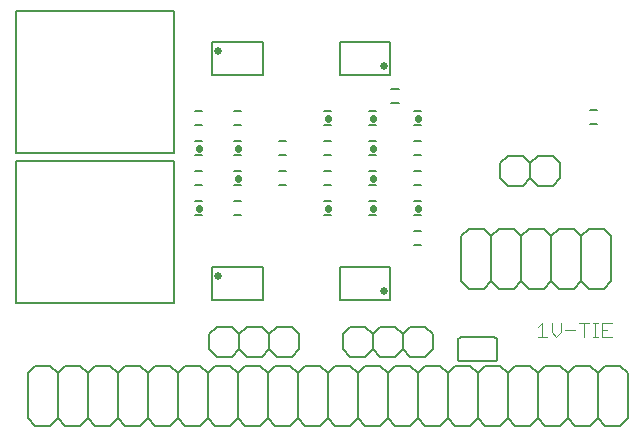
<source format=gto>
G75*
%MOIN*%
%OFA0B0*%
%FSLAX25Y25*%
%IPPOS*%
%LPD*%
%AMOC8*
5,1,8,0,0,1.08239X$1,22.5*
%
%ADD10C,0.00600*%
%ADD11C,0.02200*%
%ADD12C,0.00800*%
%ADD13C,0.02559*%
%ADD14C,0.00400*%
%ADD15R,0.03937X0.00394*%
%ADD16C,0.00500*%
D10*
X0046000Y0013300D02*
X0046000Y0028300D01*
X0048500Y0030800D01*
X0053500Y0030800D01*
X0056000Y0028300D01*
X0056000Y0013300D01*
X0058500Y0010800D01*
X0063500Y0010800D01*
X0066000Y0013300D01*
X0066000Y0028300D01*
X0068500Y0030800D01*
X0073500Y0030800D01*
X0076000Y0028300D01*
X0076000Y0013300D01*
X0078500Y0010800D01*
X0083500Y0010800D01*
X0086000Y0013300D01*
X0086000Y0028300D01*
X0088500Y0030800D01*
X0093500Y0030800D01*
X0096000Y0028300D01*
X0096000Y0013300D01*
X0098500Y0010800D01*
X0103500Y0010800D01*
X0106000Y0013300D01*
X0106000Y0028300D01*
X0108500Y0030800D01*
X0113500Y0030800D01*
X0116000Y0028300D01*
X0116000Y0013300D01*
X0113500Y0010800D01*
X0108500Y0010800D01*
X0106000Y0013300D01*
X0116000Y0013300D02*
X0118500Y0010800D01*
X0123500Y0010800D01*
X0126000Y0013300D01*
X0126000Y0028300D01*
X0128500Y0030800D01*
X0133500Y0030800D01*
X0136000Y0028300D01*
X0136000Y0013300D01*
X0133500Y0010800D01*
X0128500Y0010800D01*
X0126000Y0013300D01*
X0136000Y0013300D02*
X0138500Y0010800D01*
X0143500Y0010800D01*
X0146000Y0013300D01*
X0146000Y0028300D01*
X0148500Y0030800D01*
X0153500Y0030800D01*
X0156000Y0028300D01*
X0156000Y0013300D01*
X0153500Y0010800D01*
X0148500Y0010800D01*
X0146000Y0013300D01*
X0156000Y0013300D02*
X0158500Y0010800D01*
X0163500Y0010800D01*
X0166000Y0013300D01*
X0166000Y0028300D01*
X0168500Y0030800D01*
X0173500Y0030800D01*
X0176000Y0028300D01*
X0176000Y0013300D01*
X0173500Y0010800D01*
X0168500Y0010800D01*
X0166000Y0013300D01*
X0176000Y0013300D02*
X0178500Y0010800D01*
X0183500Y0010800D01*
X0186000Y0013300D01*
X0186000Y0028300D01*
X0188500Y0030800D01*
X0193500Y0030800D01*
X0196000Y0028300D01*
X0196000Y0013300D01*
X0193500Y0010800D01*
X0188500Y0010800D01*
X0186000Y0013300D01*
X0196000Y0013300D02*
X0198500Y0010800D01*
X0203500Y0010800D01*
X0206000Y0013300D01*
X0206000Y0028300D01*
X0208500Y0030800D01*
X0213500Y0030800D01*
X0216000Y0028300D01*
X0216000Y0013300D01*
X0213500Y0010800D01*
X0208500Y0010800D01*
X0206000Y0013300D01*
X0216000Y0013300D02*
X0218500Y0010800D01*
X0223500Y0010800D01*
X0226000Y0013300D01*
X0226000Y0028300D01*
X0228500Y0030800D01*
X0233500Y0030800D01*
X0236000Y0028300D01*
X0238500Y0030800D01*
X0243500Y0030800D01*
X0246000Y0028300D01*
X0246000Y0013300D01*
X0243500Y0010800D01*
X0238500Y0010800D01*
X0236000Y0013300D01*
X0236000Y0028300D01*
X0226000Y0028300D02*
X0223500Y0030800D01*
X0218500Y0030800D01*
X0216000Y0028300D01*
X0206000Y0028300D02*
X0203500Y0030800D01*
X0198500Y0030800D01*
X0196000Y0028300D01*
X0201500Y0032300D02*
X0190500Y0032300D01*
X0190440Y0032302D01*
X0190379Y0032307D01*
X0190320Y0032316D01*
X0190261Y0032329D01*
X0190202Y0032345D01*
X0190145Y0032365D01*
X0190090Y0032388D01*
X0190035Y0032415D01*
X0189983Y0032444D01*
X0189932Y0032477D01*
X0189883Y0032513D01*
X0189837Y0032551D01*
X0189793Y0032593D01*
X0189751Y0032637D01*
X0189713Y0032683D01*
X0189677Y0032732D01*
X0189644Y0032783D01*
X0189615Y0032835D01*
X0189588Y0032890D01*
X0189565Y0032945D01*
X0189545Y0033002D01*
X0189529Y0033061D01*
X0189516Y0033120D01*
X0189507Y0033179D01*
X0189502Y0033240D01*
X0189500Y0033300D01*
X0189500Y0039300D01*
X0189502Y0039360D01*
X0189507Y0039421D01*
X0189516Y0039480D01*
X0189529Y0039539D01*
X0189545Y0039598D01*
X0189565Y0039655D01*
X0189588Y0039710D01*
X0189615Y0039765D01*
X0189644Y0039817D01*
X0189677Y0039868D01*
X0189713Y0039917D01*
X0189751Y0039963D01*
X0189793Y0040007D01*
X0189837Y0040049D01*
X0189883Y0040087D01*
X0189932Y0040123D01*
X0189983Y0040156D01*
X0190035Y0040185D01*
X0190090Y0040212D01*
X0190145Y0040235D01*
X0190202Y0040255D01*
X0190261Y0040271D01*
X0190320Y0040284D01*
X0190379Y0040293D01*
X0190440Y0040298D01*
X0190500Y0040300D01*
X0201500Y0040300D01*
X0201560Y0040298D01*
X0201621Y0040293D01*
X0201680Y0040284D01*
X0201739Y0040271D01*
X0201798Y0040255D01*
X0201855Y0040235D01*
X0201910Y0040212D01*
X0201965Y0040185D01*
X0202017Y0040156D01*
X0202068Y0040123D01*
X0202117Y0040087D01*
X0202163Y0040049D01*
X0202207Y0040007D01*
X0202249Y0039963D01*
X0202287Y0039917D01*
X0202323Y0039868D01*
X0202356Y0039817D01*
X0202385Y0039765D01*
X0202412Y0039710D01*
X0202435Y0039655D01*
X0202455Y0039598D01*
X0202471Y0039539D01*
X0202484Y0039480D01*
X0202493Y0039421D01*
X0202498Y0039360D01*
X0202500Y0039300D01*
X0202500Y0033300D01*
X0202498Y0033240D01*
X0202493Y0033179D01*
X0202484Y0033120D01*
X0202471Y0033061D01*
X0202455Y0033002D01*
X0202435Y0032945D01*
X0202412Y0032890D01*
X0202385Y0032835D01*
X0202356Y0032783D01*
X0202323Y0032732D01*
X0202287Y0032683D01*
X0202249Y0032637D01*
X0202207Y0032593D01*
X0202163Y0032551D01*
X0202117Y0032513D01*
X0202068Y0032477D01*
X0202017Y0032444D01*
X0201965Y0032415D01*
X0201910Y0032388D01*
X0201855Y0032365D01*
X0201798Y0032345D01*
X0201739Y0032329D01*
X0201680Y0032316D01*
X0201621Y0032307D01*
X0201560Y0032302D01*
X0201500Y0032300D01*
X0186000Y0028300D02*
X0183500Y0030800D01*
X0178500Y0030800D01*
X0176000Y0028300D01*
X0173500Y0033800D02*
X0171000Y0036300D01*
X0168500Y0033800D01*
X0163500Y0033800D01*
X0161000Y0036300D01*
X0158500Y0033800D01*
X0153500Y0033800D01*
X0151000Y0036300D01*
X0151000Y0041300D01*
X0153500Y0043800D01*
X0158500Y0043800D01*
X0161000Y0041300D01*
X0163500Y0043800D01*
X0168500Y0043800D01*
X0171000Y0041300D01*
X0173500Y0043800D01*
X0178500Y0043800D01*
X0181000Y0041300D01*
X0181000Y0036300D01*
X0178500Y0033800D01*
X0173500Y0033800D01*
X0171000Y0036300D02*
X0171000Y0041300D01*
X0161000Y0041300D02*
X0161000Y0036300D01*
X0158500Y0030800D02*
X0163500Y0030800D01*
X0166000Y0028300D01*
X0158500Y0030800D02*
X0156000Y0028300D01*
X0146000Y0028300D02*
X0143500Y0030800D01*
X0138500Y0030800D01*
X0136000Y0028300D01*
X0134000Y0033800D02*
X0129000Y0033800D01*
X0126500Y0036300D01*
X0124000Y0033800D01*
X0119000Y0033800D01*
X0116500Y0036300D01*
X0114000Y0033800D01*
X0109000Y0033800D01*
X0106500Y0036300D01*
X0106500Y0041300D01*
X0109000Y0043800D01*
X0114000Y0043800D01*
X0116500Y0041300D01*
X0119000Y0043800D01*
X0124000Y0043800D01*
X0126500Y0041300D01*
X0129000Y0043800D01*
X0134000Y0043800D01*
X0136500Y0041300D01*
X0136500Y0036300D01*
X0134000Y0033800D01*
X0126500Y0036300D02*
X0126500Y0041300D01*
X0116500Y0041300D02*
X0116500Y0036300D01*
X0118500Y0030800D02*
X0123500Y0030800D01*
X0126000Y0028300D01*
X0118500Y0030800D02*
X0116000Y0028300D01*
X0106000Y0028300D02*
X0103500Y0030800D01*
X0098500Y0030800D01*
X0096000Y0028300D01*
X0086000Y0028300D02*
X0083500Y0030800D01*
X0078500Y0030800D01*
X0076000Y0028300D01*
X0066000Y0028300D02*
X0063500Y0030800D01*
X0058500Y0030800D01*
X0056000Y0028300D01*
X0056000Y0013300D02*
X0053500Y0010800D01*
X0048500Y0010800D01*
X0046000Y0013300D01*
X0066000Y0013300D02*
X0068500Y0010800D01*
X0073500Y0010800D01*
X0076000Y0013300D01*
X0086000Y0013300D02*
X0088500Y0010800D01*
X0093500Y0010800D01*
X0096000Y0013300D01*
X0174819Y0070938D02*
X0177181Y0070938D01*
X0177181Y0075662D02*
X0174819Y0075662D01*
X0174819Y0080938D02*
X0177181Y0080938D01*
X0177181Y0085662D02*
X0174819Y0085662D01*
X0174819Y0090938D02*
X0177181Y0090938D01*
X0177181Y0095662D02*
X0174819Y0095662D01*
X0174819Y0100938D02*
X0177181Y0100938D01*
X0177181Y0105662D02*
X0174819Y0105662D01*
X0174819Y0110938D02*
X0177181Y0110938D01*
X0177181Y0115662D02*
X0174819Y0115662D01*
X0169681Y0118438D02*
X0167319Y0118438D01*
X0162181Y0115662D02*
X0159819Y0115662D01*
X0159819Y0110938D02*
X0162181Y0110938D01*
X0162181Y0105662D02*
X0159819Y0105662D01*
X0159819Y0100938D02*
X0162181Y0100938D01*
X0162181Y0095662D02*
X0159819Y0095662D01*
X0159819Y0090938D02*
X0162181Y0090938D01*
X0162181Y0085662D02*
X0159819Y0085662D01*
X0159819Y0080938D02*
X0162181Y0080938D01*
X0147181Y0080938D02*
X0144819Y0080938D01*
X0144819Y0085662D02*
X0147181Y0085662D01*
X0147181Y0090938D02*
X0144819Y0090938D01*
X0144819Y0095662D02*
X0147181Y0095662D01*
X0147181Y0100938D02*
X0144819Y0100938D01*
X0144819Y0105662D02*
X0147181Y0105662D01*
X0147181Y0110938D02*
X0144819Y0110938D01*
X0144819Y0115662D02*
X0147181Y0115662D01*
X0132181Y0105662D02*
X0129819Y0105662D01*
X0129819Y0100938D02*
X0132181Y0100938D01*
X0132181Y0095662D02*
X0129819Y0095662D01*
X0129819Y0090938D02*
X0132181Y0090938D01*
X0117181Y0090938D02*
X0114819Y0090938D01*
X0114819Y0095662D02*
X0117181Y0095662D01*
X0117181Y0100938D02*
X0114819Y0100938D01*
X0114819Y0105662D02*
X0117181Y0105662D01*
X0117181Y0110938D02*
X0114819Y0110938D01*
X0114819Y0115662D02*
X0117181Y0115662D01*
X0104181Y0115662D02*
X0101819Y0115662D01*
X0101819Y0110938D02*
X0104181Y0110938D01*
X0104181Y0105662D02*
X0101819Y0105662D01*
X0101819Y0100938D02*
X0104181Y0100938D01*
X0104181Y0095662D02*
X0101819Y0095662D01*
X0101819Y0090938D02*
X0104181Y0090938D01*
X0104181Y0085662D02*
X0101819Y0085662D01*
X0101819Y0080938D02*
X0104181Y0080938D01*
X0114819Y0080938D02*
X0117181Y0080938D01*
X0117181Y0085662D02*
X0114819Y0085662D01*
X0167319Y0123162D02*
X0169681Y0123162D01*
X0203500Y0098300D02*
X0206000Y0100800D01*
X0211000Y0100800D01*
X0213500Y0098300D01*
X0216000Y0100800D01*
X0221000Y0100800D01*
X0223500Y0098300D01*
X0223500Y0093300D01*
X0221000Y0090800D01*
X0216000Y0090800D01*
X0213500Y0093300D01*
X0211000Y0090800D01*
X0206000Y0090800D01*
X0203500Y0093300D01*
X0203500Y0098300D01*
X0213500Y0098300D02*
X0213500Y0093300D01*
X0213075Y0076371D02*
X0218075Y0076371D01*
X0220575Y0073871D01*
X0220575Y0058871D01*
X0223075Y0056371D01*
X0228075Y0056371D01*
X0230575Y0058871D01*
X0233075Y0056371D01*
X0238075Y0056371D01*
X0240575Y0058871D01*
X0240575Y0073871D01*
X0238075Y0076371D01*
X0233075Y0076371D01*
X0230575Y0073871D01*
X0230575Y0058871D01*
X0220575Y0058871D02*
X0218075Y0056371D01*
X0213075Y0056371D01*
X0210575Y0058871D01*
X0210575Y0073871D01*
X0213075Y0076371D01*
X0210575Y0073871D02*
X0208075Y0076371D01*
X0203075Y0076371D01*
X0200575Y0073871D01*
X0200575Y0058871D01*
X0203075Y0056371D01*
X0208075Y0056371D01*
X0210575Y0058871D01*
X0200575Y0058871D02*
X0198075Y0056371D01*
X0193075Y0056371D01*
X0190575Y0058871D01*
X0190575Y0073871D01*
X0193075Y0076371D01*
X0198075Y0076371D01*
X0200575Y0073871D01*
X0220575Y0073871D02*
X0223075Y0076371D01*
X0228075Y0076371D01*
X0230575Y0073871D01*
X0233569Y0111438D02*
X0235931Y0111438D01*
X0235931Y0116162D02*
X0233569Y0116162D01*
X0236000Y0013300D02*
X0233500Y0010800D01*
X0228500Y0010800D01*
X0226000Y0013300D01*
D11*
X0176000Y0083180D02*
X0176000Y0083420D01*
X0161000Y0083420D02*
X0161000Y0083180D01*
X0161000Y0093180D02*
X0161000Y0093420D01*
X0161000Y0103180D02*
X0161000Y0103420D01*
X0161000Y0113180D02*
X0161000Y0113420D01*
X0146000Y0113420D02*
X0146000Y0113180D01*
X0116000Y0103420D02*
X0116000Y0103180D01*
X0116000Y0093420D02*
X0116000Y0093180D01*
X0103000Y0083420D02*
X0103000Y0083180D01*
X0103000Y0103180D02*
X0103000Y0103420D01*
X0146000Y0083420D02*
X0146000Y0083180D01*
X0176000Y0113180D02*
X0176000Y0113420D01*
D12*
X0166965Y0127788D02*
X0166965Y0138812D01*
X0150035Y0138812D01*
X0150035Y0127788D01*
X0166965Y0127788D01*
X0124465Y0127788D02*
X0124465Y0138812D01*
X0107535Y0138812D01*
X0107535Y0127788D01*
X0124465Y0127788D01*
X0124465Y0063812D02*
X0107535Y0063812D01*
X0107535Y0052788D01*
X0124465Y0052788D01*
X0124465Y0063812D01*
X0150035Y0063812D02*
X0150035Y0052788D01*
X0166965Y0052788D01*
X0166965Y0063812D01*
X0150035Y0063812D01*
D13*
X0164898Y0055741D03*
X0109602Y0060859D03*
X0164898Y0130741D03*
X0109602Y0135859D03*
D14*
X0216111Y0043569D02*
X0217646Y0045104D01*
X0217646Y0040500D01*
X0219180Y0040500D02*
X0216111Y0040500D01*
X0220715Y0042035D02*
X0222250Y0040500D01*
X0223784Y0042035D01*
X0223784Y0045104D01*
X0220715Y0045104D02*
X0220715Y0042035D01*
X0225319Y0042802D02*
X0228388Y0042802D01*
X0231457Y0040500D02*
X0231457Y0045104D01*
X0229923Y0045104D02*
X0232992Y0045104D01*
X0234527Y0045104D02*
X0236061Y0045104D01*
X0235294Y0045104D02*
X0235294Y0040500D01*
X0234527Y0040500D02*
X0236061Y0040500D01*
X0237596Y0040500D02*
X0240665Y0040500D01*
X0239131Y0042802D02*
X0237596Y0042802D01*
X0237596Y0045104D02*
X0237596Y0040500D01*
X0237596Y0045104D02*
X0240665Y0045104D01*
D15*
X0189425Y0099422D03*
X0189425Y0102178D03*
X0189425Y0109422D03*
X0189425Y0112178D03*
D16*
X0094937Y0101678D02*
X0094937Y0148922D01*
X0042181Y0148922D01*
X0042181Y0101678D01*
X0094937Y0101678D01*
X0094937Y0098922D02*
X0094937Y0051678D01*
X0042181Y0051678D01*
X0042181Y0098922D01*
X0094937Y0098922D01*
M02*

</source>
